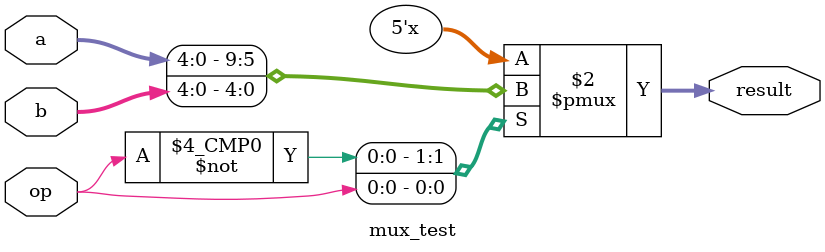
<source format=v>
module mux_test(a, b, op, result); 
input [4:0] a, b; // 5-bit inputs 
input op; // one-bit selection input 
output [4:0] result; // 5-bit output
reg [4:0] result;
always @ (op) 
begin
	case(op)
		1'b0: result[4:0] = a[4:0];
		1'b1: result[4:0] = b[4:0];
	endcase
end
endmodule

</source>
